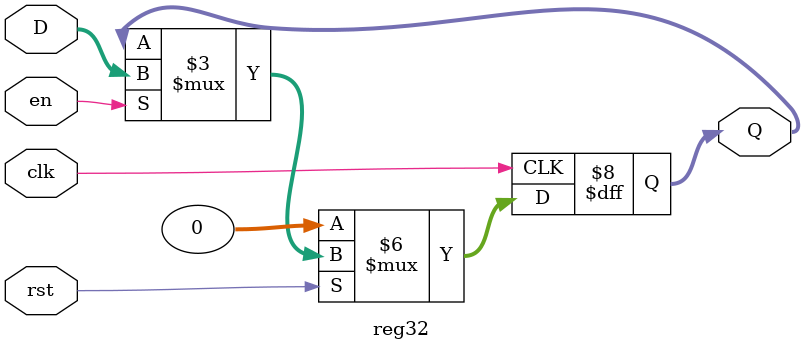
<source format=v>


`timescale 1ns / 1ns

module reg32(clk, rst, en, D, Q);
  
  input clk;            // clock
  input rst, en;        // reset, enable
  input [31:0] D;       // 32-bit input
  output reg [31:0] Q;  // 32-bit output
  
  always @ (posedge clk)
  begin
    if (!rst)
      Q <= 32'b00000000000000000000000000000000;
    else
      begin
        if (en)
          Q <= D;
      end
  end
  
endmodule
</source>
